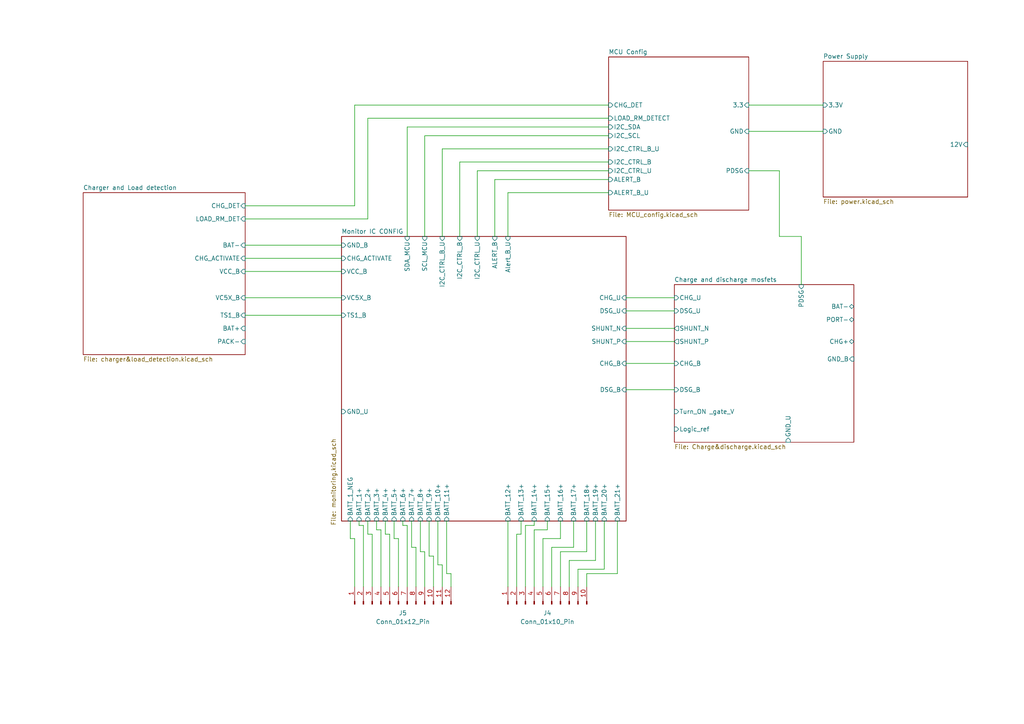
<source format=kicad_sch>
(kicad_sch (version 20231120) (generator "eeschema") (generator_version "8.0")
  (paper "A4")
  (lib_symbols
    (symbol "Connector:Conn_01x10_Pin" (pin_names (offset 1.016) hide)
      (property "Reference" "J" (at 0 12.7 0))
      (property "Value" "Conn_01x10_Pin" (at 0 -15.24 0))
      (symbol "Conn_01x10_Pin_1_1"
        (polyline (pts (xy 1.27 -12.7) (xy 0.8636 -12.7)) (stroke (width 0.1524)))
        (polyline (pts (xy 1.27 -10.16) (xy 0.8636 -10.16)) (stroke (width 0.1524)))
        (polyline (pts (xy 1.27 -7.62) (xy 0.8636 -7.62)) (stroke (width 0.1524)))
        (polyline (pts (xy 1.27 -5.08) (xy 0.8636 -5.08)) (stroke (width 0.1524)))
        (polyline (pts (xy 1.27 -2.54) (xy 0.8636 -2.54)) (stroke (width 0.1524)))
        (polyline (pts (xy 1.27 0) (xy 0.8636 0)) (stroke (width 0.1524)))
        (polyline (pts (xy 1.27 2.54) (xy 0.8636 2.54)) (stroke (width 0.1524)))
        (polyline (pts (xy 1.27 5.08) (xy 0.8636 5.08)) (stroke (width 0.1524)))
        (polyline (pts (xy 1.27 7.62) (xy 0.8636 7.62)) (stroke (width 0.1524)))
        (polyline (pts (xy 1.27 10.16) (xy 0.8636 10.16)) (stroke (width 0.1524)))
        (rectangle (start 0.8636 -12.573) (end 0 -12.827) (stroke (width 0.1524)) (fill (type outline)))
        (rectangle (start 0.8636 -10.033) (end 0 -10.287) (stroke (width 0.1524)) (fill (type outline)))
        (rectangle (start 0.8636 -7.493) (end 0 -7.747) (stroke (width 0.1524)) (fill (type outline)))
        (rectangle (start 0.8636 -4.953) (end 0 -5.207) (stroke (width 0.1524)) (fill (type outline)))
        (rectangle (start 0.8636 -2.413) (end 0 -2.667) (stroke (width 0.1524)) (fill (type outline)))
        (rectangle (start 0.8636 0.127) (end 0 -0.127) (stroke (width 0.1524)) (fill (type outline)))
        (rectangle (start 0.8636 2.667) (end 0 2.413) (stroke (width 0.1524)) (fill (type outline)))
        (rectangle (start 0.8636 5.207) (end 0 4.953) (stroke (width 0.1524)) (fill (type outline)))
        (rectangle (start 0.8636 7.747) (end 0 7.493) (stroke (width 0.1524)) (fill (type outline)))
        (rectangle (start 0.8636 10.287) (end 0 10.033) (stroke (width 0.1524)) (fill (type outline)))
        (pin passive line (at 5.08 10.16 180) (length 3.81) (name "Pin_1") (number "1"))
        (pin passive line (at 5.08 -12.7 180) (length 3.81) (name "Pin_10") (number "10"))
        (pin passive line (at 5.08 7.62 180) (length 3.81) (name "Pin_2") (number "2"))
        (pin passive line (at 5.08 5.08 180) (length 3.81) (name "Pin_3") (number "3"))
        (pin passive line (at 5.08 2.54 180) (length 3.81) (name "Pin_4") (number "4"))
        (pin passive line (at 5.08 0 180) (length 3.81) (name "Pin_5") (number "5"))
        (pin passive line (at 5.08 -2.54 180) (length 3.81) (name "Pin_6") (number "6"))
        (pin passive line (at 5.08 -5.08 180) (length 3.81) (name "Pin_7") (number "7"))
        (pin passive line (at 5.08 -7.62 180) (length 3.81) (name "Pin_8") (number "8"))
        (pin passive line (at 5.08 -10.16 180) (length 3.81) (name "Pin_9") (number "9"))
      )
    )
    (symbol "Connector:Conn_01x12_Pin" (pin_names (offset 1.016) hide)
      (property "Reference" "J" (at 0 15.24 0))
      (property "Value" "Conn_01x12_Pin" (at 0 -17.78 0))
      (symbol "Conn_01x12_Pin_1_1"
        (polyline (pts (xy 1.27 -15.24) (xy 0.8636 -15.24)) (stroke (width 0.1524)))
        (polyline (pts (xy 1.27 -12.7) (xy 0.8636 -12.7)) (stroke (width 0.1524)))
        (polyline (pts (xy 1.27 -10.16) (xy 0.8636 -10.16)) (stroke (width 0.1524)))
        (polyline (pts (xy 1.27 -7.62) (xy 0.8636 -7.62)) (stroke (width 0.1524)))
        (polyline (pts (xy 1.27 -5.08) (xy 0.8636 -5.08)) (stroke (width 0.1524)))
        (polyline (pts (xy 1.27 -2.54) (xy 0.8636 -2.54)) (stroke (width 0.1524)))
        (polyline (pts (xy 1.27 0) (xy 0.8636 0)) (stroke (width 0.1524)))
        (polyline (pts (xy 1.27 2.54) (xy 0.8636 2.54)) (stroke (width 0.1524)))
        (polyline (pts (xy 1.27 5.08) (xy 0.8636 5.08)) (stroke (width 0.1524)))
        (polyline (pts (xy 1.27 7.62) (xy 0.8636 7.62)) (stroke (width 0.1524)))
        (polyline (pts (xy 1.27 10.16) (xy 0.8636 10.16)) (stroke (width 0.1524)))
        (polyline (pts (xy 1.27 12.7) (xy 0.8636 12.7)) (stroke (width 0.1524)))
        (rectangle (start 0.8636 -15.113) (end 0 -15.367) (stroke (width 0.1524)) (fill (type outline)))
        (rectangle (start 0.8636 -12.573) (end 0 -12.827) (stroke (width 0.1524)) (fill (type outline)))
        (rectangle (start 0.8636 -10.033) (end 0 -10.287) (stroke (width 0.1524)) (fill (type outline)))
        (rectangle (start 0.8636 -7.493) (end 0 -7.747) (stroke (width 0.1524)) (fill (type outline)))
        (rectangle (start 0.8636 -4.953) (end 0 -5.207) (stroke (width 0.1524)) (fill (type outline)))
        (rectangle (start 0.8636 -2.413) (end 0 -2.667) (stroke (width 0.1524)) (fill (type outline)))
        (rectangle (start 0.8636 0.127) (end 0 -0.127) (stroke (width 0.1524)) (fill (type outline)))
        (rectangle (start 0.8636 2.667) (end 0 2.413) (stroke (width 0.1524)) (fill (type outline)))
        (rectangle (start 0.8636 5.207) (end 0 4.953) (stroke (width 0.1524)) (fill (type outline)))
        (rectangle (start 0.8636 7.747) (end 0 7.493) (stroke (width 0.1524)) (fill (type outline)))
        (rectangle (start 0.8636 10.287) (end 0 10.033) (stroke (width 0.1524)) (fill (type outline)))
        (rectangle (start 0.8636 12.827) (end 0 12.573) (stroke (width 0.1524)) (fill (type outline)))
        (pin passive line (at 5.08 12.7 180) (length 3.81) (name "Pin_1") (number "1"))
        (pin passive line (at 5.08 -10.16 180) (length 3.81) (name "Pin_10") (number "10"))
        (pin passive line (at 5.08 -12.7 180) (length 3.81) (name "Pin_11") (number "11"))
        (pin passive line (at 5.08 -15.24 180) (length 3.81) (name "Pin_12") (number "12"))
        (pin passive line (at 5.08 10.16 180) (length 3.81) (name "Pin_2") (number "2"))
        (pin passive line (at 5.08 7.62 180) (length 3.81) (name "Pin_3") (number "3"))
        (pin passive line (at 5.08 5.08 180) (length 3.81) (name "Pin_4") (number "4"))
        (pin passive line (at 5.08 2.54 180) (length 3.81) (name "Pin_5") (number "5"))
        (pin passive line (at 5.08 0 180) (length 3.81) (name "Pin_6") (number "6"))
        (pin passive line (at 5.08 -2.54 180) (length 3.81) (name "Pin_7") (number "7"))
        (pin passive line (at 5.08 -5.08 180) (length 3.81) (name "Pin_8") (number "8"))
        (pin passive line (at 5.08 -7.62 180) (length 3.81) (name "Pin_9") (number "9"))
      )
    )
  )
  (wire (pts (xy 106.68 154.94) (xy 107.95 154.94)))
  (wire (pts (xy 176.53 49.53) (xy 138.43 49.53)))
  (wire (pts (xy 115.57 156.21) (xy 115.57 170.18)))
  (wire (pts (xy 121.92 160.02) (xy 123.19 160.02)))
  (wire (pts (xy 179.07 166.37) (xy 179.07 151.13)))
  (wire (pts (xy 154.94 153.67) (xy 154.94 170.18)))
  (wire (pts (xy 129.54 151.13) (xy 129.54 166.37)))
  (wire (pts (xy 107.95 154.94) (xy 107.95 170.18)))
  (wire (pts (xy 133.35 46.99) (xy 133.35 68.58)))
  (wire (pts (xy 127 163.83) (xy 128.27 163.83)))
  (wire (pts (xy 149.86 154.94) (xy 151.13 154.94)))
  (wire (pts (xy 111.76 154.94) (xy 113.03 154.94)))
  (wire (pts (xy 181.61 86.36) (xy 195.58 86.36)))
  (wire (pts (xy 166.37 158.75) (xy 166.37 151.13)))
  (wire (pts (xy 104.14 152.4) (xy 105.41 152.4)))
  (wire (pts (xy 102.87 30.48) (xy 176.53 30.48)))
  (wire (pts (xy 113.03 154.94) (xy 113.03 170.18)))
  (wire (pts (xy 172.72 151.13) (xy 172.72 162.56)))
  (wire (pts (xy 170.18 160.02) (xy 170.18 151.13)))
  (wire (pts (xy 162.56 160.02) (xy 170.18 160.02)))
  (wire (pts (xy 102.87 59.69) (xy 102.87 30.48)))
  (wire (pts (xy 114.3 156.21) (xy 115.57 156.21)))
  (wire (pts (xy 217.17 49.53) (xy 226.06 49.53)))
  (wire (pts (xy 130.81 166.37) (xy 130.81 170.18)))
  (wire (pts (xy 152.4 170.18) (xy 152.4 152.4)))
  (wire (pts (xy 181.61 90.17) (xy 195.58 90.17)))
  (wire (pts (xy 71.12 86.36) (xy 99.06 86.36)))
  (wire (pts (xy 143.51 52.07) (xy 143.51 68.58)))
  (wire (pts (xy 175.26 165.1) (xy 175.26 151.13)))
  (wire (pts (xy 101.6 151.13) (xy 101.6 156.21)))
  (wire (pts (xy 158.75 153.67) (xy 158.75 151.13)))
  (wire (pts (xy 71.12 91.44) (xy 99.06 91.44)))
  (wire (pts (xy 162.56 156.21) (xy 162.56 151.13)))
  (wire (pts (xy 157.48 156.21) (xy 162.56 156.21)))
  (wire (pts (xy 71.12 63.5) (xy 106.68 63.5)))
  (wire (pts (xy 71.12 71.12) (xy 99.06 71.12)))
  (wire (pts (xy 181.61 95.25) (xy 195.58 95.25)))
  (wire (pts (xy 165.1 162.56) (xy 165.1 170.18)))
  (wire (pts (xy 162.56 170.18) (xy 162.56 160.02)))
  (wire (pts (xy 157.48 170.18) (xy 157.48 156.21)))
  (wire (pts (xy 176.53 39.37) (xy 123.19 39.37)))
  (wire (pts (xy 120.65 158.75) (xy 120.65 170.18)))
  (wire (pts (xy 121.92 151.13) (xy 121.92 160.02)))
  (wire (pts (xy 118.11 152.4) (xy 118.11 170.18)))
  (wire (pts (xy 116.84 151.13) (xy 116.84 152.4)))
  (wire (pts (xy 149.86 170.18) (xy 149.86 154.94)))
  (wire (pts (xy 118.11 36.83) (xy 118.11 68.58)))
  (wire (pts (xy 176.53 43.18) (xy 128.27 43.18)))
  (wire (pts (xy 138.43 49.53) (xy 138.43 68.58)))
  (wire (pts (xy 123.19 160.02) (xy 123.19 170.18)))
  (wire (pts (xy 116.84 152.4) (xy 118.11 152.4)))
  (wire (pts (xy 181.61 105.41) (xy 195.58 105.41)))
  (wire (pts (xy 102.87 156.21) (xy 102.87 170.18)))
  (wire (pts (xy 105.41 152.4) (xy 105.41 170.18)))
  (wire (pts (xy 147.32 55.88) (xy 147.32 68.58)))
  (wire (pts (xy 172.72 162.56) (xy 165.1 162.56)))
  (wire (pts (xy 106.68 34.29) (xy 176.53 34.29)))
  (wire (pts (xy 151.13 154.94) (xy 151.13 151.13)))
  (wire (pts (xy 152.4 152.4) (xy 154.94 152.4)))
  (wire (pts (xy 127 151.13) (xy 127 163.83)))
  (wire (pts (xy 128.27 43.18) (xy 128.27 68.58)))
  (wire (pts (xy 170.18 170.18) (xy 170.18 166.37)))
  (wire (pts (xy 147.32 151.13) (xy 147.32 170.18)))
  (wire (pts (xy 160.02 170.18) (xy 160.02 158.75)))
  (wire (pts (xy 104.14 151.13) (xy 104.14 152.4)))
  (wire (pts (xy 119.38 158.75) (xy 120.65 158.75)))
  (wire (pts (xy 124.46 151.13) (xy 124.46 161.29)))
  (wire (pts (xy 71.12 74.93) (xy 99.06 74.93)))
  (wire (pts (xy 119.38 151.13) (xy 119.38 158.75)))
  (wire (pts (xy 226.06 68.58) (xy 232.41 68.58)))
  (wire (pts (xy 217.17 30.48) (xy 238.76 30.48)))
  (wire (pts (xy 129.54 166.37) (xy 130.81 166.37)))
  (wire (pts (xy 176.53 46.99) (xy 133.35 46.99)))
  (wire (pts (xy 170.18 166.37) (xy 179.07 166.37)))
  (wire (pts (xy 111.76 151.13) (xy 111.76 154.94)))
  (wire (pts (xy 125.73 161.29) (xy 125.73 170.18)))
  (wire (pts (xy 181.61 99.06) (xy 195.58 99.06)))
  (wire (pts (xy 167.64 170.18) (xy 167.64 165.1)))
  (wire (pts (xy 109.22 153.67) (xy 110.49 153.67)))
  (wire (pts (xy 176.53 52.07) (xy 143.51 52.07)))
  (wire (pts (xy 181.61 113.03) (xy 195.58 113.03)))
  (wire (pts (xy 71.12 59.69) (xy 102.87 59.69)))
  (wire (pts (xy 217.17 38.1) (xy 238.76 38.1)))
  (wire (pts (xy 106.68 151.13) (xy 106.68 154.94)))
  (wire (pts (xy 123.19 39.37) (xy 123.19 68.58)))
  (wire (pts (xy 167.64 165.1) (xy 175.26 165.1)))
  (wire (pts (xy 110.49 153.67) (xy 110.49 170.18)))
  (wire (pts (xy 128.27 163.83) (xy 128.27 170.18)))
  (wire (pts (xy 101.6 156.21) (xy 102.87 156.21)))
  (wire (pts (xy 109.22 151.13) (xy 109.22 153.67)))
  (wire (pts (xy 114.3 156.21) (xy 114.3 151.13)))
  (wire (pts (xy 106.68 63.5) (xy 106.68 34.29)))
  (wire (pts (xy 176.53 36.83) (xy 118.11 36.83)))
  (wire (pts (xy 226.06 49.53) (xy 226.06 68.58)))
  (wire (pts (xy 71.12 78.74) (xy 99.06 78.74)))
  (wire (pts (xy 176.53 55.88) (xy 147.32 55.88)))
  (wire (pts (xy 160.02 158.75) (xy 166.37 158.75)))
  (wire (pts (xy 154.94 152.4) (xy 154.94 151.13)))
  (wire (pts (xy 154.94 153.67) (xy 158.75 153.67)))
  (wire (pts (xy 124.46 161.29) (xy 125.73 161.29)))
  (wire (pts (xy 232.41 68.58) (xy 232.41 82.55)))
  (symbol (lib_id "Connector:Conn_01x10_Pin") (at 157.48 175.26 90) (unit 1)
    (property "Reference" "J4" (at 158.75 177.8 90))
    (property "Value" "Conn_01x10_Pin" (at 158.75 180.34 90))
    (property "Description" "Generic connector, single row, 01x10, script generated" (effects (hide yes)))
  )
  (symbol (lib_id "Connector:Conn_01x12_Pin") (at 115.57 175.26 90) (unit 1)
    (property "Reference" "J5" (at 116.84 177.8 90))
    (property "Value" "Conn_01x12_Pin" (at 116.84 180.34 90))
    (property "Description" "Generic connector, single row, 01x12, script generated" (effects (hide yes)))
  )
  (sheet (at 195.58 82.55) (size 52.07 45.72) (stroke (width 0.1524))
    (property "Sheetname" "Charge and discharge mosfets" (at 195.58 81.8384 0) (effects (justify left bottom)))
    (property "Sheetfile" "Charge&discharge.kicad_sch" (at 195.58 128.8546 0) (effects (justify left top)))
    (pin "PDSG" input (at 232.41 82.55 90))
    (pin "CHG+" bidirectional (at 247.65 99.06 0))
    (pin "SHUNT_N" output (at 195.58 95.25 180))
    (pin "SHUNT_P" output (at 195.58 99.06 180))
    (pin "BAT-" bidirectional (at 247.65 88.9 0))
    (pin "PORT-" bidirectional (at 247.65 92.71 0))
    (pin "GND_B" input (at 247.65 104.14 0))
    (pin "Logic_ref" input (at 195.58 124.46 180))
    (pin "DSG_B" input (at 195.58 113.03 180))
    (pin "Turn_ON _gate_V" input (at 195.58 119.38 180))
    (pin "CHG_U" input (at 195.58 86.36 180))
    (pin "DSG_U" input (at 195.58 90.17 180))
    (pin "GND_U" input (at 228.6 128.27 270))
    (pin "CHG_B" input (at 195.58 105.41 180))
  )
  (sheet (at 238.76 17.78) (size 41.91 39.37) (stroke (width 0.1524))
    (property "Sheetname" "Power Supply" (at 238.76 17.0684 0) (effects (justify left bottom)))
    (property "Sheetfile" "power.kicad_sch" (at 238.76 57.7346 0) (effects (justify left top)))
    (pin "GND" input (at 238.76 38.1 180))
    (pin "3.3V" input (at 238.76 30.48 180))
    (pin "12V" input (at 280.67 41.91 0))
  )
  (sheet (at 176.53 16.51) (size 40.64 44.45) (stroke (width 0.1524))
    (property "Sheetname" "MCU Config" (at 176.53 15.7984 0) (effects (justify left bottom)))
    (property "Sheetfile" "MCU_config.kicad_sch" (at 176.53 61.5446 0) (effects (justify left top)))
    (pin "GND" input (at 217.17 38.1 0))
    (pin "3.3" input (at 217.17 30.48 0))
    (pin "I2C_SCL" input (at 176.53 39.37 180))
    (pin "I2C_SDA" input (at 176.53 36.83 180))
    (pin "PDSG" input (at 217.17 49.53 0))
    (pin "I2C_CTRL_U" input (at 176.53 49.53 180))
    (pin "I2C_CTRL_B" input (at 176.53 46.99 180))
    (pin "I2C_CTRL_B_U" input (at 176.53 43.18 180))
    (pin "ALERT_B" input (at 176.53 52.07 180))
    (pin "ALERT_B_U" input (at 176.53 55.88 180))
    (pin "LOAD_RM_DETECT" input (at 176.53 34.29 180))
    (pin "CHG_DET" input (at 176.53 30.48 180))
  )
  (sheet (at 99.06 68.58) (size 82.55 82.55) (stroke (width 0.1524))
    (property "Sheetname" "Monitor IC CONFIG" (at 99.06 67.8684 0) (effects (justify left bottom)))
    (property "Sheetfile" "monitoring.kicad_sch" (at 96.012 152.4 90) (effects (justify left top)))
    (pin "CHG_U" input (at 181.61 86.36 0))
    (pin "DSG_U" input (at 181.61 90.17 0))
    (pin "CHG_B" input (at 181.61 105.41 0))
    (pin "DSG_B" input (at 181.61 113.03 0))
    (pin "Alert_B_U" input (at 147.32 68.58 90))
    (pin "SDA_MCU" input (at 118.11 68.58 90))
    (pin "ALERT_B" input (at 143.51 68.58 90))
    (pin "I2C_CTRL_B_U" input (at 128.27 68.58 90))
    (pin "SCL_MCU" input (at 123.19 68.58 90))
    (pin "I2C_CTRL_B" input (at 133.35 68.58 90))
    (pin "I2C_CTRL_U" input (at 138.43 68.58 90))
    (pin "CHG_ACTIVATE" input (at 99.06 74.93 180))
    (pin "GND_B" input (at 99.06 71.12 180))
    (pin "GND_U" input (at 99.06 119.38 180))
    (pin "VCC_B" input (at 99.06 78.74 180))
    (pin "SHUNT_P" input (at 181.61 99.06 0))
    (pin "SHUNT_N" input (at 181.61 95.25 0))
    (pin "BATT_11+" input (at 129.54 151.13 270))
    (pin "BATT_10+" input (at 127 151.13 270))
    (pin "BATT_1_NEG" input (at 101.6 151.13 270))
    (pin "BATT_1+" input (at 104.14 151.13 270))
    (pin "BATT_2+" input (at 106.68 151.13 270))
    (pin "BATT_14+" input (at 154.94 151.13 270))
    (pin "BATT_15+" input (at 158.75 151.13 270))
    (pin "BATT_12+" input (at 147.32 151.13 270))
    (pin "BATT_13+" input (at 151.13 151.13 270))
    (pin "BATT_3+" input (at 109.22 151.13 270))
    (pin "BATT_4+" input (at 111.76 151.13 270))
    (pin "BATT_5+" input (at 114.3 151.13 270))
    (pin "BATT_9+" input (at 124.46 151.13 270))
    (pin "BATT_17+" input (at 166.37 151.13 270))
    (pin "BATT_18+" input (at 170.18 151.13 270))
    (pin "BATT_16+" input (at 162.56 151.13 270))
    (pin "BATT_6+" input (at 116.84 151.13 270))
    (pin "BATT_7+" input (at 119.38 151.13 270))
    (pin "BATT_8+" input (at 121.92 151.13 270))
    (pin "BATT_19+" input (at 172.72 151.13 270))
    (pin "BATT_20+" input (at 175.26 151.13 270))
    (pin "BATT_21+" input (at 179.07 151.13 270))
    (pin "TS1_B" input (at 99.06 91.44 180))
    (pin "VC5X_B" input (at 99.06 86.36 180))
  )
  (sheet (at 24.13 55.88) (size 46.99 46.99) (stroke (width 0.1524))
    (property "Sheetname" "Charger and Load detection" (at 24.13 55.1684 0) (effects (justify left bottom)))
    (property "Sheetfile" "charger&load_detection.kicad_sch" (at 24.13 103.4546 0) (effects (justify left top)))
    (pin "BAT-" input (at 71.12 71.12 0))
    (pin "LOAD_RM_DET" input (at 71.12 63.5 0))
    (pin "VCC_B" input (at 71.12 78.74 0))
    (pin "PACK-" input (at 71.12 99.06 0))
    (pin "VC5X_B" input (at 71.12 86.36 0))
    (pin "CHG_DET" input (at 71.12 59.69 0))
    (pin "BAT+" input (at 71.12 95.25 0))
    (pin "TS1_B" input (at 71.12 91.44 0))
    (pin "CHG_ACTIVATE" input (at 71.12 74.93 0))
  )
)
</source>
